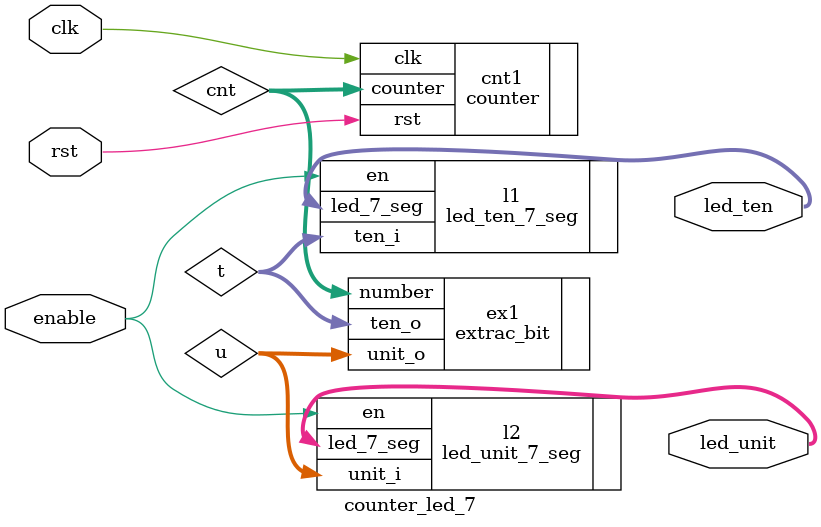
<source format=v>
`timescale 1ns / 1ps


module counter_led_7(enable,clk,rst,led_unit,led_ten);
input enable,clk,rst;
output [6:0] led_unit;
output [6:0] led_ten;

wire [3:0] cnt;
wire [3:0] t,u;
counter cnt1 (.clk(clk),
              .rst(rst),
              .counter(cnt));
       
extrac_bit ex1 (.number(cnt),
                .ten_o(t),
                .unit_o(u));
           
led_ten_7_seg l1 (.en(enable),
                  .ten_i(t),
                  .led_7_seg(led_ten));
     
led_unit_7_seg l2 (.en(enable),
                   .unit_i(u),
                   .led_7_seg(led_unit));

endmodule

</source>
